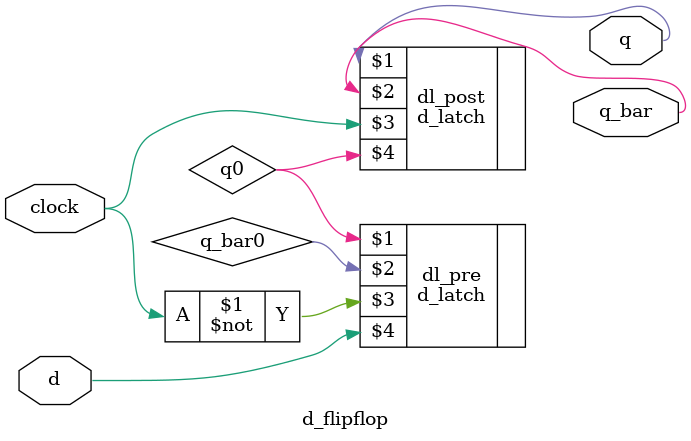
<source format=v>
`include "d_latch.v"

module d_flipflop(q, q_bar, clock, d);
   input clock, d;
   output q, q_bar;

   wire   q0, q_bar0;

   d_latch dl_pre(q0, q_bar0, ~clock, d);
   d_latch dl_post(q, q_bar, clock, q0);
   
endmodule // d_flipflop

</source>
